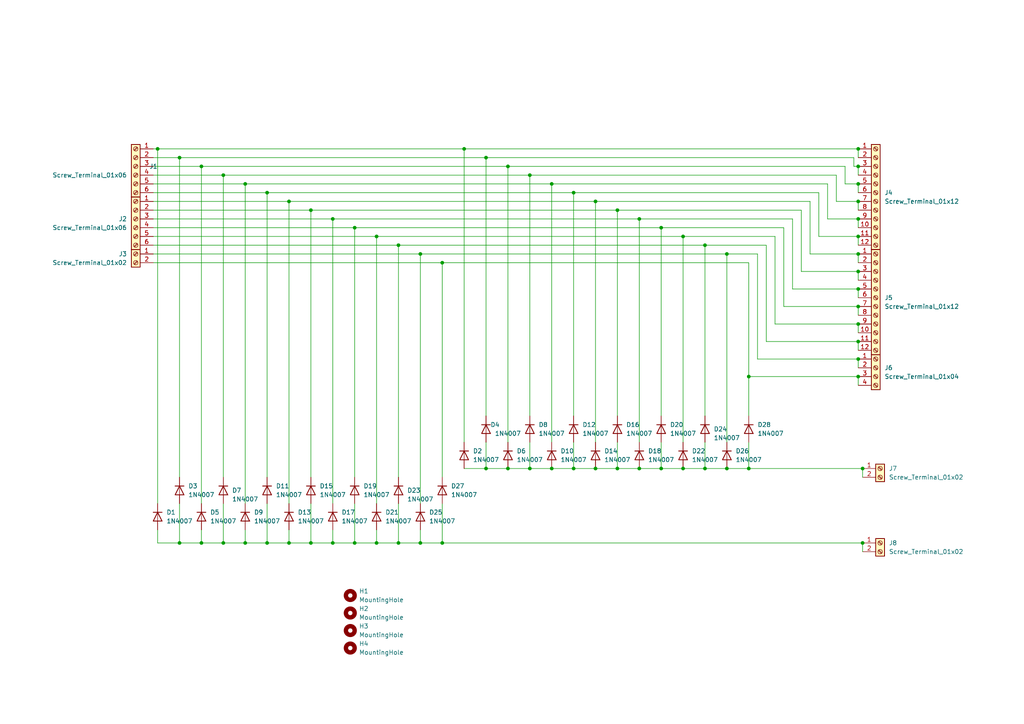
<source format=kicad_sch>
(kicad_sch (version 20230121) (generator eeschema)
  (paper "A4")
  (lib_symbols
    (symbol "Connector:Screw_Terminal_01x02" (pin_names (offset 1.016) hide)
      (property "Reference" "J" (at 0 2.54 0))
      (property "Value" "Screw_Terminal_01x02" (at 0 -5.08 0))
      (symbol "Screw_Terminal_01x02_1_1"
        (rectangle (start -1.27 1.27) (end 1.27 -3.81) (stroke (width 0.254)) (fill (type background)))
        (circle (center 0 -2.54) (radius 0.635) (stroke (width 0.1524)))
        (polyline (pts (xy -0.5334 -2.2098) (xy 0.3302 -3.048)) (stroke (width 0.1524)))
        (polyline (pts (xy -0.5334 0.3302) (xy 0.3302 -0.508)) (stroke (width 0.1524)))
        (polyline (pts (xy -0.3556 -2.032) (xy 0.508 -2.8702)) (stroke (width 0.1524)))
        (polyline (pts (xy -0.3556 0.508) (xy 0.508 -0.3302)) (stroke (width 0.1524)))
        (circle (center 0 0) (radius 0.635) (stroke (width 0.1524)))
        (pin passive line (at -5.08 0 0) (length 3.81) (name "Pin_1") (number "1"))
        (pin passive line (at -5.08 -2.54 0) (length 3.81) (name "Pin_2") (number "2"))
      )
    )
    (symbol "Connector:Screw_Terminal_01x04" (pin_names (offset 1.016) hide)
      (property "Reference" "J" (at 0 5.08 0))
      (property "Value" "Screw_Terminal_01x04" (at 0 -7.62 0))
      (symbol "Screw_Terminal_01x04_1_1"
        (rectangle (start -1.27 3.81) (end 1.27 -6.35) (stroke (width 0.254)) (fill (type background)))
        (circle (center 0 -5.08) (radius 0.635) (stroke (width 0.1524)))
        (circle (center 0 -2.54) (radius 0.635) (stroke (width 0.1524)))
        (polyline (pts (xy -0.5334 -4.7498) (xy 0.3302 -5.588)) (stroke (width 0.1524)))
        (polyline (pts (xy -0.5334 -2.2098) (xy 0.3302 -3.048)) (stroke (width 0.1524)))
        (polyline (pts (xy -0.5334 0.3302) (xy 0.3302 -0.508)) (stroke (width 0.1524)))
        (polyline (pts (xy -0.5334 2.8702) (xy 0.3302 2.032)) (stroke (width 0.1524)))
        (polyline (pts (xy -0.3556 -4.572) (xy 0.508 -5.4102)) (stroke (width 0.1524)))
        (polyline (pts (xy -0.3556 -2.032) (xy 0.508 -2.8702)) (stroke (width 0.1524)))
        (polyline (pts (xy -0.3556 0.508) (xy 0.508 -0.3302)) (stroke (width 0.1524)))
        (polyline (pts (xy -0.3556 3.048) (xy 0.508 2.2098)) (stroke (width 0.1524)))
        (circle (center 0 0) (radius 0.635) (stroke (width 0.1524)))
        (circle (center 0 2.54) (radius 0.635) (stroke (width 0.1524)))
        (pin passive line (at -5.08 2.54 0) (length 3.81) (name "Pin_1") (number "1"))
        (pin passive line (at -5.08 0 0) (length 3.81) (name "Pin_2") (number "2"))
        (pin passive line (at -5.08 -2.54 0) (length 3.81) (name "Pin_3") (number "3"))
        (pin passive line (at -5.08 -5.08 0) (length 3.81) (name "Pin_4") (number "4"))
      )
    )
    (symbol "Connector:Screw_Terminal_01x06" (pin_names (offset 1.016) hide)
      (property "Reference" "J" (at 0 7.62 0))
      (property "Value" "Screw_Terminal_01x06" (at 0 -10.16 0))
      (symbol "Screw_Terminal_01x06_1_1"
        (rectangle (start -1.27 6.35) (end 1.27 -8.89) (stroke (width 0.254)) (fill (type background)))
        (circle (center 0 -7.62) (radius 0.635) (stroke (width 0.1524)))
        (circle (center 0 -5.08) (radius 0.635) (stroke (width 0.1524)))
        (circle (center 0 -2.54) (radius 0.635) (stroke (width 0.1524)))
        (polyline (pts (xy -0.5334 -7.2898) (xy 0.3302 -8.128)) (stroke (width 0.1524)))
        (polyline (pts (xy -0.5334 -4.7498) (xy 0.3302 -5.588)) (stroke (width 0.1524)))
        (polyline (pts (xy -0.5334 -2.2098) (xy 0.3302 -3.048)) (stroke (width 0.1524)))
        (polyline (pts (xy -0.5334 0.3302) (xy 0.3302 -0.508)) (stroke (width 0.1524)))
        (polyline (pts (xy -0.5334 2.8702) (xy 0.3302 2.032)) (stroke (width 0.1524)))
        (polyline (pts (xy -0.5334 5.4102) (xy 0.3302 4.572)) (stroke (width 0.1524)))
        (polyline (pts (xy -0.3556 -7.112) (xy 0.508 -7.9502)) (stroke (width 0.1524)))
        (polyline (pts (xy -0.3556 -4.572) (xy 0.508 -5.4102)) (stroke (width 0.1524)))
        (polyline (pts (xy -0.3556 -2.032) (xy 0.508 -2.8702)) (stroke (width 0.1524)))
        (polyline (pts (xy -0.3556 0.508) (xy 0.508 -0.3302)) (stroke (width 0.1524)))
        (polyline (pts (xy -0.3556 3.048) (xy 0.508 2.2098)) (stroke (width 0.1524)))
        (polyline (pts (xy -0.3556 5.588) (xy 0.508 4.7498)) (stroke (width 0.1524)))
        (circle (center 0 0) (radius 0.635) (stroke (width 0.1524)))
        (circle (center 0 2.54) (radius 0.635) (stroke (width 0.1524)))
        (circle (center 0 5.08) (radius 0.635) (stroke (width 0.1524)))
        (pin passive line (at -5.08 5.08 0) (length 3.81) (name "Pin_1") (number "1"))
        (pin passive line (at -5.08 2.54 0) (length 3.81) (name "Pin_2") (number "2"))
        (pin passive line (at -5.08 0 0) (length 3.81) (name "Pin_3") (number "3"))
        (pin passive line (at -5.08 -2.54 0) (length 3.81) (name "Pin_4") (number "4"))
        (pin passive line (at -5.08 -5.08 0) (length 3.81) (name "Pin_5") (number "5"))
        (pin passive line (at -5.08 -7.62 0) (length 3.81) (name "Pin_6") (number "6"))
      )
    )
    (symbol "Connector:Screw_Terminal_01x12" (pin_names (offset 1.016) hide)
      (property "Reference" "J" (at 0 15.24 0))
      (property "Value" "Screw_Terminal_01x12" (at 0 -17.78 0))
      (symbol "Screw_Terminal_01x12_1_1"
        (rectangle (start -1.27 13.97) (end 1.27 -16.51) (stroke (width 0.254)) (fill (type background)))
        (circle (center 0 -15.24) (radius 0.635) (stroke (width 0.1524)))
        (circle (center 0 -12.7) (radius 0.635) (stroke (width 0.1524)))
        (circle (center 0 -10.16) (radius 0.635) (stroke (width 0.1524)))
        (circle (center 0 -7.62) (radius 0.635) (stroke (width 0.1524)))
        (circle (center 0 -5.08) (radius 0.635) (stroke (width 0.1524)))
        (circle (center 0 -2.54) (radius 0.635) (stroke (width 0.1524)))
        (polyline (pts (xy -0.5334 -14.9098) (xy 0.3302 -15.748)) (stroke (width 0.1524)))
        (polyline (pts (xy -0.5334 -12.3698) (xy 0.3302 -13.208)) (stroke (width 0.1524)))
        (polyline (pts (xy -0.5334 -9.8298) (xy 0.3302 -10.668)) (stroke (width 0.1524)))
        (polyline (pts (xy -0.5334 -7.2898) (xy 0.3302 -8.128)) (stroke (width 0.1524)))
        (polyline (pts (xy -0.5334 -4.7498) (xy 0.3302 -5.588)) (stroke (width 0.1524)))
        (polyline (pts (xy -0.5334 -2.2098) (xy 0.3302 -3.048)) (stroke (width 0.1524)))
        (polyline (pts (xy -0.5334 0.3302) (xy 0.3302 -0.508)) (stroke (width 0.1524)))
        (polyline (pts (xy -0.5334 2.8702) (xy 0.3302 2.032)) (stroke (width 0.1524)))
        (polyline (pts (xy -0.5334 5.4102) (xy 0.3302 4.572)) (stroke (width 0.1524)))
        (polyline (pts (xy -0.5334 7.9502) (xy 0.3302 7.112)) (stroke (width 0.1524)))
        (polyline (pts (xy -0.5334 10.4902) (xy 0.3302 9.652)) (stroke (width 0.1524)))
        (polyline (pts (xy -0.5334 13.0302) (xy 0.3302 12.192)) (stroke (width 0.1524)))
        (polyline (pts (xy -0.3556 -14.732) (xy 0.508 -15.5702)) (stroke (width 0.1524)))
        (polyline (pts (xy -0.3556 -12.192) (xy 0.508 -13.0302)) (stroke (width 0.1524)))
        (polyline (pts (xy -0.3556 -9.652) (xy 0.508 -10.4902)) (stroke (width 0.1524)))
        (polyline (pts (xy -0.3556 -7.112) (xy 0.508 -7.9502)) (stroke (width 0.1524)))
        (polyline (pts (xy -0.3556 -4.572) (xy 0.508 -5.4102)) (stroke (width 0.1524)))
        (polyline (pts (xy -0.3556 -2.032) (xy 0.508 -2.8702)) (stroke (width 0.1524)))
        (polyline (pts (xy -0.3556 0.508) (xy 0.508 -0.3302)) (stroke (width 0.1524)))
        (polyline (pts (xy -0.3556 3.048) (xy 0.508 2.2098)) (stroke (width 0.1524)))
        (polyline (pts (xy -0.3556 5.588) (xy 0.508 4.7498)) (stroke (width 0.1524)))
        (polyline (pts (xy -0.3556 8.128) (xy 0.508 7.2898)) (stroke (width 0.1524)))
        (polyline (pts (xy -0.3556 10.668) (xy 0.508 9.8298)) (stroke (width 0.1524)))
        (polyline (pts (xy -0.3556 13.208) (xy 0.508 12.3698)) (stroke (width 0.1524)))
        (circle (center 0 0) (radius 0.635) (stroke (width 0.1524)))
        (circle (center 0 2.54) (radius 0.635) (stroke (width 0.1524)))
        (circle (center 0 5.08) (radius 0.635) (stroke (width 0.1524)))
        (circle (center 0 7.62) (radius 0.635) (stroke (width 0.1524)))
        (circle (center 0 10.16) (radius 0.635) (stroke (width 0.1524)))
        (circle (center 0 12.7) (radius 0.635) (stroke (width 0.1524)))
        (pin passive line (at -5.08 12.7 0) (length 3.81) (name "Pin_1") (number "1"))
        (pin passive line (at -5.08 -10.16 0) (length 3.81) (name "Pin_10") (number "10"))
        (pin passive line (at -5.08 -12.7 0) (length 3.81) (name "Pin_11") (number "11"))
        (pin passive line (at -5.08 -15.24 0) (length 3.81) (name "Pin_12") (number "12"))
        (pin passive line (at -5.08 10.16 0) (length 3.81) (name "Pin_2") (number "2"))
        (pin passive line (at -5.08 7.62 0) (length 3.81) (name "Pin_3") (number "3"))
        (pin passive line (at -5.08 5.08 0) (length 3.81) (name "Pin_4") (number "4"))
        (pin passive line (at -5.08 2.54 0) (length 3.81) (name "Pin_5") (number "5"))
        (pin passive line (at -5.08 0 0) (length 3.81) (name "Pin_6") (number "6"))
        (pin passive line (at -5.08 -2.54 0) (length 3.81) (name "Pin_7") (number "7"))
        (pin passive line (at -5.08 -5.08 0) (length 3.81) (name "Pin_8") (number "8"))
        (pin passive line (at -5.08 -7.62 0) (length 3.81) (name "Pin_9") (number "9"))
      )
    )
    (symbol "Diode:1N4007" (pin_numbers hide) (pin_names hide)
      (property "Reference" "D" (at 0 2.54 0))
      (property "Value" "1N4007" (at 0 -2.54 0))
      (symbol "1N4007_0_1"
        (polyline (pts (xy -1.27 1.27) (xy -1.27 -1.27)) (stroke (width 0.254)))
        (polyline (pts (xy 1.27 0) (xy -1.27 0)))
        (polyline (pts (xy 1.27 1.27) (xy 1.27 -1.27) (xy -1.27 0) (xy 1.27 1.27)) (stroke (width 0.254)))
      )
      (symbol "1N4007_1_1"
        (pin passive line (at -3.81 0 0) (length 2.54) (name "K") (number "1"))
        (pin passive line (at 3.81 0 180) (length 2.54) (name "A") (number "2"))
      )
    )
    (symbol "Mechanical:MountingHole" (pin_names (offset 1.016))
      (property "Reference" "H" (at 0 5.08 0))
      (property "Value" "MountingHole" (at 0 3.175 0))
      (symbol "MountingHole_0_1"
        (circle (center 0 0) (radius 1.27) (stroke (width 1.27)))
      )
    )
  )
  (junction (at 140.97 135.89))
  (junction (at 96.52 157.48))
  (junction (at 179.07 135.89))
  (junction (at 248.92 48.26))
  (junction (at 52.07 45.72))
  (junction (at 90.17 60.96))
  (junction (at 250.19 157.48))
  (junction (at 64.77 157.48))
  (junction (at 248.92 88.9))
  (junction (at 83.82 157.48))
  (junction (at 115.57 71.12))
  (junction (at 58.42 157.48))
  (junction (at 179.07 60.96))
  (junction (at 128.27 157.48))
  (junction (at 115.57 157.48))
  (junction (at 248.92 43.18))
  (junction (at 71.12 157.48))
  (junction (at 83.82 58.42))
  (junction (at 58.42 48.26))
  (junction (at 166.37 135.89))
  (junction (at 64.77 50.8))
  (junction (at 71.12 53.34))
  (junction (at 217.17 135.89))
  (junction (at 248.92 78.74))
  (junction (at 96.52 63.5))
  (junction (at 160.02 53.34))
  (junction (at 248.92 93.98))
  (junction (at 191.77 135.89))
  (junction (at 140.97 45.72))
  (junction (at 204.47 135.89))
  (junction (at 121.92 157.48))
  (junction (at 153.67 135.89))
  (junction (at 248.92 53.34))
  (junction (at 121.92 73.66))
  (junction (at 204.47 71.12))
  (junction (at 160.02 135.89))
  (junction (at 77.47 157.48))
  (junction (at 134.62 43.18))
  (junction (at 109.22 157.48))
  (junction (at 248.92 63.5))
  (junction (at 147.32 48.26))
  (junction (at 248.92 109.22))
  (junction (at 248.92 104.14))
  (junction (at 198.12 135.89))
  (junction (at 248.92 83.82))
  (junction (at 153.67 50.8))
  (junction (at 248.92 99.06))
  (junction (at 198.12 68.58))
  (junction (at 172.72 135.89))
  (junction (at 102.87 66.04))
  (junction (at 250.19 135.89))
  (junction (at 248.92 58.42))
  (junction (at 191.77 66.04))
  (junction (at 77.47 55.88))
  (junction (at 217.17 109.22))
  (junction (at 102.87 157.48))
  (junction (at 147.32 135.89))
  (junction (at 185.42 135.89))
  (junction (at 109.22 68.58))
  (junction (at 248.92 68.58))
  (junction (at 172.72 58.42))
  (junction (at 128.27 76.2))
  (junction (at 166.37 55.88))
  (junction (at 210.82 135.89))
  (junction (at 45.72 43.18))
  (junction (at 90.17 157.48))
  (junction (at 248.92 73.66))
  (junction (at 185.42 63.5))
  (junction (at 210.82 73.66))
  (junction (at 52.07 157.48))
  (wire (pts (xy 248.92 68.58) (xy 248.92 71.12)))
  (wire (pts (xy 179.07 60.96) (xy 232.41 60.96)))
  (wire (pts (xy 134.62 43.18) (xy 248.92 43.18)))
  (wire (pts (xy 248.92 83.82) (xy 248.92 86.36)))
  (wire (pts (xy 248.92 109.22) (xy 248.92 111.76)))
  (wire (pts (xy 83.82 58.42) (xy 172.72 58.42)))
  (wire (pts (xy 160.02 53.34) (xy 240.03 53.34)))
  (wire (pts (xy 248.92 88.9) (xy 248.92 91.44)))
  (wire (pts (xy 96.52 63.5) (xy 185.42 63.5)))
  (wire (pts (xy 64.77 157.48) (xy 71.12 157.48)))
  (wire (pts (xy 102.87 157.48) (xy 109.22 157.48)))
  (wire (pts (xy 121.92 73.66) (xy 121.92 146.05)))
  (wire (pts (xy 153.67 135.89) (xy 160.02 135.89)))
  (wire (pts (xy 102.87 146.05) (xy 102.87 157.48)))
  (wire (pts (xy 232.41 78.74) (xy 248.92 78.74)))
  (wire (pts (xy 121.92 153.67) (xy 121.92 157.48)))
  (wire (pts (xy 229.87 63.5) (xy 229.87 83.82)))
  (wire (pts (xy 71.12 53.34) (xy 160.02 53.34)))
  (wire (pts (xy 140.97 45.72) (xy 140.97 120.65)))
  (wire (pts (xy 160.02 53.34) (xy 160.02 128.27)))
  (wire (pts (xy 210.82 73.66) (xy 210.82 128.27)))
  (wire (pts (xy 217.17 135.89) (xy 250.19 135.89)))
  (wire (pts (xy 172.72 58.42) (xy 172.72 128.27)))
  (wire (pts (xy 224.79 93.98) (xy 248.92 93.98)))
  (wire (pts (xy 172.72 135.89) (xy 179.07 135.89)))
  (wire (pts (xy 44.45 43.18) (xy 45.72 43.18)))
  (wire (pts (xy 250.19 157.48) (xy 250.19 160.02)))
  (wire (pts (xy 198.12 68.58) (xy 198.12 128.27)))
  (wire (pts (xy 204.47 135.89) (xy 210.82 135.89)))
  (wire (pts (xy 52.07 146.05) (xy 52.07 157.48)))
  (wire (pts (xy 44.45 76.2) (xy 128.27 76.2)))
  (wire (pts (xy 232.41 60.96) (xy 232.41 78.74)))
  (wire (pts (xy 77.47 146.05) (xy 77.47 157.48)))
  (wire (pts (xy 185.42 135.89) (xy 191.77 135.89)))
  (wire (pts (xy 128.27 76.2) (xy 217.17 76.2)))
  (wire (pts (xy 217.17 128.27) (xy 217.17 135.89)))
  (wire (pts (xy 217.17 109.22) (xy 248.92 109.22)))
  (wire (pts (xy 248.92 104.14) (xy 248.92 106.68)))
  (wire (pts (xy 64.77 50.8) (xy 64.77 138.43)))
  (wire (pts (xy 191.77 128.27) (xy 191.77 135.89)))
  (wire (pts (xy 219.71 104.14) (xy 248.92 104.14)))
  (wire (pts (xy 222.25 99.06) (xy 248.92 99.06)))
  (wire (pts (xy 147.32 48.26) (xy 147.32 128.27)))
  (wire (pts (xy 234.95 73.66) (xy 248.92 73.66)))
  (wire (pts (xy 248.92 99.06) (xy 248.92 101.6)))
  (wire (pts (xy 229.87 83.82) (xy 248.92 83.82)))
  (wire (pts (xy 45.72 43.18) (xy 45.72 146.05)))
  (wire (pts (xy 83.82 153.67) (xy 83.82 157.48)))
  (wire (pts (xy 115.57 157.48) (xy 121.92 157.48)))
  (wire (pts (xy 64.77 146.05) (xy 64.77 157.48)))
  (wire (pts (xy 134.62 43.18) (xy 134.62 128.27)))
  (wire (pts (xy 96.52 63.5) (xy 96.52 146.05)))
  (wire (pts (xy 44.45 66.04) (xy 102.87 66.04)))
  (wire (pts (xy 153.67 128.27) (xy 153.67 135.89)))
  (wire (pts (xy 204.47 71.12) (xy 222.25 71.12)))
  (wire (pts (xy 45.72 157.48) (xy 52.07 157.48)))
  (wire (pts (xy 185.42 63.5) (xy 185.42 128.27)))
  (wire (pts (xy 166.37 55.88) (xy 237.49 55.88)))
  (wire (pts (xy 240.03 53.34) (xy 240.03 63.5)))
  (wire (pts (xy 77.47 55.88) (xy 166.37 55.88)))
  (wire (pts (xy 96.52 153.67) (xy 96.52 157.48)))
  (wire (pts (xy 160.02 135.89) (xy 166.37 135.89)))
  (wire (pts (xy 90.17 60.96) (xy 90.17 138.43)))
  (wire (pts (xy 44.45 48.26) (xy 58.42 48.26)))
  (wire (pts (xy 166.37 128.27) (xy 166.37 135.89)))
  (wire (pts (xy 147.32 48.26) (xy 245.11 48.26)))
  (wire (pts (xy 242.57 58.42) (xy 248.92 58.42)))
  (wire (pts (xy 198.12 135.89) (xy 204.47 135.89)))
  (wire (pts (xy 44.45 58.42) (xy 83.82 58.42)))
  (wire (pts (xy 45.72 153.67) (xy 45.72 157.48)))
  (wire (pts (xy 234.95 58.42) (xy 234.95 73.66)))
  (wire (pts (xy 248.92 73.66) (xy 248.92 76.2)))
  (wire (pts (xy 204.47 71.12) (xy 204.47 120.65)))
  (wire (pts (xy 240.03 63.5) (xy 248.92 63.5)))
  (wire (pts (xy 210.82 73.66) (xy 219.71 73.66)))
  (wire (pts (xy 248.92 93.98) (xy 248.92 96.52)))
  (wire (pts (xy 90.17 60.96) (xy 179.07 60.96)))
  (wire (pts (xy 224.79 68.58) (xy 224.79 93.98)))
  (wire (pts (xy 128.27 76.2) (xy 128.27 138.43)))
  (wire (pts (xy 83.82 58.42) (xy 83.82 146.05)))
  (wire (pts (xy 109.22 157.48) (xy 115.57 157.48)))
  (wire (pts (xy 52.07 45.72) (xy 140.97 45.72)))
  (wire (pts (xy 115.57 71.12) (xy 204.47 71.12)))
  (wire (pts (xy 250.19 135.89) (xy 250.19 138.43)))
  (wire (pts (xy 153.67 50.8) (xy 153.67 120.65)))
  (wire (pts (xy 248.92 48.26) (xy 248.92 50.8)))
  (wire (pts (xy 44.45 68.58) (xy 109.22 68.58)))
  (wire (pts (xy 204.47 128.27) (xy 204.47 135.89)))
  (wire (pts (xy 58.42 157.48) (xy 64.77 157.48)))
  (wire (pts (xy 248.92 78.74) (xy 248.92 81.28)))
  (wire (pts (xy 248.92 63.5) (xy 248.92 66.04)))
  (wire (pts (xy 191.77 66.04) (xy 191.77 120.65)))
  (wire (pts (xy 179.07 60.96) (xy 179.07 120.65)))
  (wire (pts (xy 153.67 50.8) (xy 242.57 50.8)))
  (wire (pts (xy 242.57 50.8) (xy 242.57 58.42)))
  (wire (pts (xy 115.57 146.05) (xy 115.57 157.48)))
  (wire (pts (xy 172.72 58.42) (xy 234.95 58.42)))
  (wire (pts (xy 210.82 135.89) (xy 217.17 135.89)))
  (wire (pts (xy 128.27 146.05) (xy 128.27 157.48)))
  (wire (pts (xy 77.47 55.88) (xy 77.47 138.43)))
  (wire (pts (xy 134.62 135.89) (xy 140.97 135.89)))
  (wire (pts (xy 58.42 48.26) (xy 58.42 146.05)))
  (wire (pts (xy 245.11 48.26) (xy 245.11 53.34)))
  (wire (pts (xy 52.07 157.48) (xy 58.42 157.48)))
  (wire (pts (xy 44.45 63.5) (xy 96.52 63.5)))
  (wire (pts (xy 179.07 135.89) (xy 185.42 135.89)))
  (wire (pts (xy 90.17 157.48) (xy 96.52 157.48)))
  (wire (pts (xy 121.92 157.48) (xy 128.27 157.48)))
  (wire (pts (xy 71.12 153.67) (xy 71.12 157.48)))
  (wire (pts (xy 219.71 73.66) (xy 219.71 104.14)))
  (wire (pts (xy 237.49 55.88) (xy 237.49 68.58)))
  (wire (pts (xy 96.52 157.48) (xy 102.87 157.48)))
  (wire (pts (xy 140.97 135.89) (xy 147.32 135.89)))
  (wire (pts (xy 83.82 157.48) (xy 90.17 157.48)))
  (wire (pts (xy 44.45 45.72) (xy 52.07 45.72)))
  (wire (pts (xy 44.45 73.66) (xy 121.92 73.66)))
  (wire (pts (xy 222.25 71.12) (xy 222.25 99.06)))
  (wire (pts (xy 102.87 66.04) (xy 102.87 138.43)))
  (wire (pts (xy 102.87 66.04) (xy 191.77 66.04)))
  (wire (pts (xy 140.97 45.72) (xy 247.65 45.72)))
  (wire (pts (xy 71.12 157.48) (xy 77.47 157.48)))
  (wire (pts (xy 128.27 157.48) (xy 250.19 157.48)))
  (wire (pts (xy 247.65 45.72) (xy 247.65 48.26)))
  (wire (pts (xy 191.77 66.04) (xy 227.33 66.04)))
  (wire (pts (xy 64.77 50.8) (xy 153.67 50.8)))
  (wire (pts (xy 245.11 53.34) (xy 248.92 53.34)))
  (wire (pts (xy 45.72 43.18) (xy 134.62 43.18)))
  (wire (pts (xy 179.07 128.27) (xy 179.07 135.89)))
  (wire (pts (xy 77.47 157.48) (xy 83.82 157.48)))
  (wire (pts (xy 198.12 68.58) (xy 224.79 68.58)))
  (wire (pts (xy 44.45 71.12) (xy 115.57 71.12)))
  (wire (pts (xy 166.37 135.89) (xy 172.72 135.89)))
  (wire (pts (xy 52.07 45.72) (xy 52.07 138.43)))
  (wire (pts (xy 237.49 68.58) (xy 248.92 68.58)))
  (wire (pts (xy 58.42 48.26) (xy 147.32 48.26)))
  (wire (pts (xy 185.42 63.5) (xy 229.87 63.5)))
  (wire (pts (xy 191.77 135.89) (xy 198.12 135.89)))
  (wire (pts (xy 140.97 128.27) (xy 140.97 135.89)))
  (wire (pts (xy 248.92 43.18) (xy 248.92 45.72)))
  (wire (pts (xy 44.45 60.96) (xy 90.17 60.96)))
  (wire (pts (xy 227.33 88.9) (xy 248.92 88.9)))
  (wire (pts (xy 109.22 68.58) (xy 109.22 146.05)))
  (wire (pts (xy 166.37 55.88) (xy 166.37 120.65)))
  (wire (pts (xy 248.92 58.42) (xy 248.92 60.96)))
  (wire (pts (xy 71.12 53.34) (xy 71.12 146.05)))
  (wire (pts (xy 217.17 76.2) (xy 217.17 109.22)))
  (wire (pts (xy 248.92 53.34) (xy 248.92 55.88)))
  (wire (pts (xy 44.45 53.34) (xy 71.12 53.34)))
  (wire (pts (xy 227.33 66.04) (xy 227.33 88.9)))
  (wire (pts (xy 109.22 68.58) (xy 198.12 68.58)))
  (wire (pts (xy 44.45 50.8) (xy 64.77 50.8)))
  (wire (pts (xy 121.92 73.66) (xy 210.82 73.66)))
  (wire (pts (xy 58.42 153.67) (xy 58.42 157.48)))
  (wire (pts (xy 109.22 153.67) (xy 109.22 157.48)))
  (wire (pts (xy 44.45 55.88) (xy 77.47 55.88)))
  (wire (pts (xy 147.32 135.89) (xy 153.67 135.89)))
  (wire (pts (xy 247.65 48.26) (xy 248.92 48.26)))
  (wire (pts (xy 90.17 146.05) (xy 90.17 157.48)))
  (wire (pts (xy 115.57 71.12) (xy 115.57 138.43)))
  (wire (pts (xy 217.17 109.22) (xy 217.17 120.65)))
  (symbol (lib_id "Diode:1N4007") (at 102.87 142.24 270) (unit 1)
    (property "Reference" "D19" (at 105.41 140.97 90) (effects (justify left)))
    (property "Value" "1N4007" (at 105.41 143.51 90) (effects (justify left)))
    (property "Footprint" "Diode_THT:D_DO-41_SOD81_P10.16mm_Horizontal" (effects hide))
    (property "Datasheet" "http://www.vishay.com/docs/88503/1n4001.pdf" (effects hide))
    (property "Sim.Device" "D" (effects hide))
    (property "Sim.Pins" "1=K 2=A" (effects hide))
  )
  (symbol (lib_id "Diode:1N4007") (at 109.22 149.86 270) (unit 1)
    (property "Reference" "D21" (at 111.76 148.59 90) (effects (justify left)))
    (property "Value" "1N4007" (at 111.76 151.13 90) (effects (justify left)))
    (property "Footprint" "Diode_THT:D_DO-41_SOD81_P10.16mm_Horizontal" (effects hide))
    (property "Datasheet" "http://www.vishay.com/docs/88503/1n4001.pdf" (effects hide))
    (property "Sim.Device" "D" (effects hide))
    (property "Sim.Pins" "1=K 2=A" (effects hide))
  )
  (symbol (lib_id "Diode:1N4007") (at 191.77 124.46 270) (unit 1)
    (property "Reference" "D20" (at 194.31 123.19 90) (effects (justify left)))
    (property "Value" "1N4007" (at 194.31 125.73 90) (effects (justify left)))
    (property "Footprint" "Diode_THT:D_DO-41_SOD81_P10.16mm_Horizontal" (effects hide))
    (property "Datasheet" "http://www.vishay.com/docs/88503/1n4001.pdf" (effects hide))
    (property "Sim.Device" "D" (effects hide))
    (property "Sim.Pins" "1=K 2=A" (effects hide))
  )
  (symbol (lib_id "Diode:1N4007") (at 134.62 132.08 270) (unit 1)
    (property "Reference" "D2" (at 137.16 130.81 90) (effects (justify left)))
    (property "Value" "1N4007" (at 137.16 133.35 90) (effects (justify left)))
    (property "Footprint" "Diode_THT:D_DO-41_SOD81_P10.16mm_Horizontal" (effects hide))
    (property "Datasheet" "http://www.vishay.com/docs/88503/1n4001.pdf" (effects hide))
    (property "Sim.Device" "D" (effects hide))
    (property "Sim.Pins" "1=K 2=A" (effects hide))
  )
  (symbol (lib_id "Connector:Screw_Terminal_01x12") (at 254 55.88 0) (unit 1)
    (property "Reference" "J4" (at 256.54 55.88 0) (effects (justify left)))
    (property "Value" "Screw_Terminal_01x12" (at 256.54 58.42 0) (effects (justify left)))
    (property "Footprint" "TerminalBlock_Phoenix:TerminalBlock_Phoenix_MPT-0,5-12-2.54_1x12_P2.54mm_Horizontal" (effects hide))
  )
  (symbol (lib_id "Connector:Screw_Terminal_01x02") (at 39.37 73.66 0) (mirror y) (unit 1)
    (property "Reference" "J3" (at 36.83 73.66 0) (effects (justify left)))
    (property "Value" "Screw_Terminal_01x02" (at 36.83 76.2 0) (effects (justify left)))
    (property "Footprint" "Connector_Phoenix_MC_HighVoltage:PhoenixContact_MCV_1,5_2-G-5.08_1x02_P5.08mm_Vertical" (effects hide))
  )
  (symbol (lib_id "Diode:1N4007") (at 45.72 149.86 270) (unit 1)
    (property "Reference" "D1" (at 48.26 148.59 90) (effects (justify left)))
    (property "Value" "1N4007" (at 48.26 151.13 90) (effects (justify left)))
    (property "Footprint" "Diode_THT:D_DO-41_SOD81_P10.16mm_Horizontal" (effects hide))
    (property "Datasheet" "http://www.vishay.com/docs/88503/1n4001.pdf" (effects hide))
    (property "Sim.Device" "D" (effects hide))
    (property "Sim.Pins" "1=K 2=A" (effects hide))
  )
  (symbol (lib_id "Diode:1N4007") (at 71.12 149.86 270) (unit 1)
    (property "Reference" "D9" (at 73.66 148.59 90) (effects (justify left)))
    (property "Value" "1N4007" (at 73.66 151.13 90) (effects (justify left)))
    (property "Footprint" "Diode_THT:D_DO-41_SOD81_P10.16mm_Horizontal" (effects hide))
    (property "Datasheet" "http://www.vishay.com/docs/88503/1n4001.pdf" (effects hide))
    (property "Sim.Device" "D" (effects hide))
    (property "Sim.Pins" "1=K 2=A" (effects hide))
  )
  (symbol (lib_id "Diode:1N4007") (at 198.12 132.08 270) (unit 1)
    (property "Reference" "D22" (at 200.66 130.81 90) (effects (justify left)))
    (property "Value" "1N4007" (at 200.66 133.35 90) (effects (justify left)))
    (property "Footprint" "Diode_THT:D_DO-41_SOD81_P10.16mm_Horizontal" (effects hide))
    (property "Datasheet" "http://www.vishay.com/docs/88503/1n4001.pdf" (effects hide))
    (property "Sim.Device" "D" (effects hide))
    (property "Sim.Pins" "1=K 2=A" (effects hide))
  )
  (symbol (lib_id "Diode:1N4007") (at 179.07 124.46 270) (unit 1)
    (property "Reference" "D16" (at 181.61 123.19 90) (effects (justify left)))
    (property "Value" "1N4007" (at 181.61 125.73 90) (effects (justify left)))
    (property "Footprint" "Diode_THT:D_DO-41_SOD81_P10.16mm_Horizontal" (effects hide))
    (property "Datasheet" "http://www.vishay.com/docs/88503/1n4001.pdf" (effects hide))
    (property "Sim.Device" "D" (effects hide))
    (property "Sim.Pins" "1=K 2=A" (effects hide))
  )
  (symbol (lib_id "Diode:1N4007") (at 160.02 132.08 270) (unit 1)
    (property "Reference" "D10" (at 162.56 130.81 90) (effects (justify left)))
    (property "Value" "1N4007" (at 162.56 133.35 90) (effects (justify left)))
    (property "Footprint" "Diode_THT:D_DO-41_SOD81_P10.16mm_Horizontal" (effects hide))
    (property "Datasheet" "http://www.vishay.com/docs/88503/1n4001.pdf" (effects hide))
    (property "Sim.Device" "D" (effects hide))
    (property "Sim.Pins" "1=K 2=A" (effects hide))
  )
  (symbol (lib_id "Mechanical:MountingHole") (at 101.6 177.8 0) (unit 1)
    (property "Reference" "H2" (at 104.14 176.53 0) (effects (justify left)))
    (property "Value" "MountingHole" (at 104.14 179.07 0) (effects (justify left)))
    (property "Footprint" "MountingHole:MountingHole_3.2mm_M3_ISO14580" (effects hide))
  )
  (symbol (lib_id "Diode:1N4007") (at 128.27 142.24 270) (unit 1)
    (property "Reference" "D27" (at 130.81 140.97 90) (effects (justify left)))
    (property "Value" "1N4007" (at 130.81 143.51 90) (effects (justify left)))
    (property "Footprint" "Diode_THT:D_DO-41_SOD81_P10.16mm_Horizontal" (effects hide))
    (property "Datasheet" "http://www.vishay.com/docs/88503/1n4001.pdf" (effects hide))
    (property "Sim.Device" "D" (effects hide))
    (property "Sim.Pins" "1=K 2=A" (effects hide))
  )
  (symbol (lib_id "Diode:1N4007") (at 115.57 142.24 270) (unit 1)
    (property "Reference" "D23" (at 118.11 142.24 90) (effects (justify left)))
    (property "Value" "1N4007" (at 118.11 144.78 90) (effects (justify left)))
    (property "Footprint" "Diode_THT:D_DO-41_SOD81_P10.16mm_Horizontal" (effects hide))
    (property "Datasheet" "http://www.vishay.com/docs/88503/1n4001.pdf" (effects hide))
    (property "Sim.Device" "D" (effects hide))
    (property "Sim.Pins" "1=K 2=A" (effects hide))
  )
  (symbol (lib_id "Diode:1N4007") (at 204.47 124.46 270) (unit 1)
    (property "Reference" "D24" (at 207.01 124.46 90) (effects (justify left)))
    (property "Value" "1N4007" (at 207.01 127 90) (effects (justify left)))
    (property "Footprint" "Diode_THT:D_DO-41_SOD81_P10.16mm_Horizontal" (effects hide))
    (property "Datasheet" "http://www.vishay.com/docs/88503/1n4001.pdf" (effects hide))
    (property "Sim.Device" "D" (effects hide))
    (property "Sim.Pins" "1=K 2=A" (effects hide))
  )
  (symbol (lib_id "Diode:1N4007") (at 185.42 132.08 270) (unit 1)
    (property "Reference" "D18" (at 187.96 130.81 90) (effects (justify left)))
    (property "Value" "1N4007" (at 187.96 133.35 90) (effects (justify left)))
    (property "Footprint" "Diode_THT:D_DO-41_SOD81_P10.16mm_Horizontal" (effects hide))
    (property "Datasheet" "http://www.vishay.com/docs/88503/1n4001.pdf" (effects hide))
    (property "Sim.Device" "D" (effects hide))
    (property "Sim.Pins" "1=K 2=A" (effects hide))
  )
  (symbol (lib_id "Mechanical:MountingHole") (at 101.6 182.88 0) (unit 1)
    (property "Reference" "H3" (at 104.14 181.61 0) (effects (justify left)))
    (property "Value" "MountingHole" (at 104.14 184.15 0) (effects (justify left)))
    (property "Footprint" "MountingHole:MountingHole_3.2mm_M3_ISO14580" (effects hide))
  )
  (symbol (lib_id "Mechanical:MountingHole") (at 101.6 187.96 0) (unit 1)
    (property "Reference" "H4" (at 104.14 186.69 0) (effects (justify left)))
    (property "Value" "MountingHole" (at 104.14 189.23 0) (effects (justify left)))
    (property "Footprint" "MountingHole:MountingHole_3.2mm_M3_ISO14580" (effects hide))
  )
  (symbol (lib_id "Connector:Screw_Terminal_01x02") (at 255.27 135.89 0) (unit 1)
    (property "Reference" "J7" (at 257.81 135.89 0) (effects (justify left)))
    (property "Value" "Screw_Terminal_01x02" (at 257.81 138.43 0) (effects (justify left)))
    (property "Footprint" "TerminalBlock_Phoenix:TerminalBlock_Phoenix_MKDS-3-2-5.08_1x02_P5.08mm_Horizontal" (effects hide))
  )
  (symbol (lib_id "Diode:1N4007") (at 90.17 142.24 270) (unit 1)
    (property "Reference" "D15" (at 92.71 140.97 90) (effects (justify left)))
    (property "Value" "1N4007" (at 92.71 143.51 90) (effects (justify left)))
    (property "Footprint" "Diode_THT:D_DO-41_SOD81_P10.16mm_Horizontal" (effects hide))
    (property "Datasheet" "http://www.vishay.com/docs/88503/1n4001.pdf" (effects hide))
    (property "Sim.Device" "D" (effects hide))
    (property "Sim.Pins" "1=K 2=A" (effects hide))
  )
  (symbol (lib_id "Connector:Screw_Terminal_01x06") (at 39.37 48.26 0) (mirror y) (unit 1)
    (property "Reference" "J1" (at 45.72 48.26 0) (effects (justify left)))
    (property "Value" "Screw_Terminal_01x06" (at 36.83 50.8 0) (effects (justify left)))
    (property "Footprint" "Connector_Phoenix_MC_HighVoltage:PhoenixContact_MCV_1,5_6-G-5.08_1x06_P5.08mm_Vertical" (effects hide))
  )
  (symbol (lib_id "Connector:Screw_Terminal_01x06") (at 39.37 63.5 0) (mirror y) (unit 1)
    (property "Reference" "J2" (at 36.83 63.5 0) (effects (justify left)))
    (property "Value" "Screw_Terminal_01x06" (at 36.83 66.04 0) (effects (justify left)))
    (property "Footprint" "Connector_Phoenix_MC_HighVoltage:PhoenixContact_MCV_1,5_6-G-5.08_1x06_P5.08mm_Vertical" (effects hide))
  )
  (symbol (lib_id "Diode:1N4007") (at 172.72 132.08 270) (unit 1)
    (property "Reference" "D14" (at 175.26 130.81 90) (effects (justify left)))
    (property "Value" "1N4007" (at 175.26 133.35 90) (effects (justify left)))
    (property "Footprint" "Diode_THT:D_DO-41_SOD81_P10.16mm_Horizontal" (effects hide))
    (property "Datasheet" "http://www.vishay.com/docs/88503/1n4001.pdf" (effects hide))
    (property "Sim.Device" "D" (effects hide))
    (property "Sim.Pins" "1=K 2=A" (effects hide))
  )
  (symbol (lib_id "Diode:1N4007") (at 58.42 149.86 270) (unit 1)
    (property "Reference" "D5" (at 60.96 148.59 90) (effects (justify left)))
    (property "Value" "1N4007" (at 60.96 151.13 90) (effects (justify left)))
    (property "Footprint" "Diode_THT:D_DO-41_SOD81_P10.16mm_Horizontal" (effects hide))
    (property "Datasheet" "http://www.vishay.com/docs/88503/1n4001.pdf" (effects hide))
    (property "Sim.Device" "D" (effects hide))
    (property "Sim.Pins" "1=K 2=A" (effects hide))
  )
  (symbol (lib_id "Connector:Screw_Terminal_01x02") (at 255.27 157.48 0) (unit 1)
    (property "Reference" "J8" (at 257.81 157.48 0) (effects (justify left)))
    (property "Value" "Screw_Terminal_01x02" (at 257.81 160.02 0) (effects (justify left)))
    (property "Footprint" "TerminalBlock_Phoenix:TerminalBlock_Phoenix_MKDS-3-2-5.08_1x02_P5.08mm_Horizontal" (effects hide))
  )
  (symbol (lib_id "Connector:Screw_Terminal_01x04") (at 254 106.68 0) (unit 1)
    (property "Reference" "J6" (at 256.54 106.68 0) (effects (justify left)))
    (property "Value" "Screw_Terminal_01x04" (at 256.54 109.22 0) (effects (justify left)))
    (property "Footprint" "TerminalBlock_Phoenix:TerminalBlock_Phoenix_MPT-0,5-4-2.54_1x04_P2.54mm_Horizontal" (effects hide))
  )
  (symbol (lib_id "Diode:1N4007") (at 77.47 142.24 270) (unit 1)
    (property "Reference" "D11" (at 80.01 140.97 90) (effects (justify left)))
    (property "Value" "1N4007" (at 80.01 143.51 90) (effects (justify left)))
    (property "Footprint" "Diode_THT:D_DO-41_SOD81_P10.16mm_Horizontal" (effects hide))
    (property "Datasheet" "http://www.vishay.com/docs/88503/1n4001.pdf" (effects hide))
    (property "Sim.Device" "D" (effects hide))
    (property "Sim.Pins" "1=K 2=A" (effects hide))
  )
  (symbol (lib_id "Diode:1N4007") (at 210.82 132.08 270) (unit 1)
    (property "Reference" "D26" (at 213.36 130.81 90) (effects (justify left)))
    (property "Value" "1N4007" (at 213.36 133.35 90) (effects (justify left)))
    (property "Footprint" "Diode_THT:D_DO-41_SOD81_P10.16mm_Horizontal" (effects hide))
    (property "Datasheet" "http://www.vishay.com/docs/88503/1n4001.pdf" (effects hide))
    (property "Sim.Device" "D" (effects hide))
    (property "Sim.Pins" "1=K 2=A" (effects hide))
  )
  (symbol (lib_id "Mechanical:MountingHole") (at 101.6 172.72 0) (unit 1)
    (property "Reference" "H1" (at 104.14 171.45 0) (effects (justify left)))
    (property "Value" "MountingHole" (at 104.14 173.99 0) (effects (justify left)))
    (property "Footprint" "MountingHole:MountingHole_3.2mm_M3_ISO7380" (effects hide))
  )
  (symbol (lib_id "Diode:1N4007") (at 96.52 149.86 270) (unit 1)
    (property "Reference" "D17" (at 99.06 148.59 90) (effects (justify left)))
    (property "Value" "1N4007" (at 99.06 151.13 90) (effects (justify left)))
    (property "Footprint" "Diode_THT:D_DO-41_SOD81_P10.16mm_Horizontal" (effects hide))
    (property "Datasheet" "http://www.vishay.com/docs/88503/1n4001.pdf" (effects hide))
    (property "Sim.Device" "D" (effects hide))
    (property "Sim.Pins" "1=K 2=A" (effects hide))
  )
  (symbol (lib_id "Connector:Screw_Terminal_01x12") (at 254 86.36 0) (unit 1)
    (property "Reference" "J5" (at 256.54 86.36 0) (effects (justify left)))
    (property "Value" "Screw_Terminal_01x12" (at 256.54 88.9 0) (effects (justify left)))
    (property "Footprint" "TerminalBlock_Phoenix:TerminalBlock_Phoenix_MPT-0,5-12-2.54_1x12_P2.54mm_Horizontal" (effects hide))
  )
  (symbol (lib_id "Diode:1N4007") (at 64.77 142.24 270) (unit 1)
    (property "Reference" "D7" (at 67.31 142.24 90) (effects (justify left)))
    (property "Value" "1N4007" (at 67.31 144.78 90) (effects (justify left)))
    (property "Footprint" "Diode_THT:D_DO-41_SOD81_P10.16mm_Horizontal" (effects hide))
    (property "Datasheet" "http://www.vishay.com/docs/88503/1n4001.pdf" (effects hide))
    (property "Sim.Device" "D" (effects hide))
    (property "Sim.Pins" "1=K 2=A" (effects hide))
  )
  (symbol (lib_id "Diode:1N4007") (at 52.07 142.24 270) (unit 1)
    (property "Reference" "D3" (at 54.61 140.97 90) (effects (justify left)))
    (property "Value" "1N4007" (at 54.61 143.51 90) (effects (justify left)))
    (property "Footprint" "Diode_THT:D_DO-41_SOD81_P10.16mm_Horizontal" (effects hide))
    (property "Datasheet" "http://www.vishay.com/docs/88503/1n4001.pdf" (effects hide))
    (property "Sim.Device" "D" (effects hide))
    (property "Sim.Pins" "1=K 2=A" (effects hide))
  )
  (symbol (lib_id "Diode:1N4007") (at 166.37 124.46 270) (unit 1)
    (property "Reference" "D12" (at 168.91 123.19 90) (effects (justify left)))
    (property "Value" "1N4007" (at 168.91 125.73 90) (effects (justify left)))
    (property "Footprint" "Diode_THT:D_DO-41_SOD81_P10.16mm_Horizontal" (effects hide))
    (property "Datasheet" "http://www.vishay.com/docs/88503/1n4001.pdf" (effects hide))
    (property "Sim.Device" "D" (effects hide))
    (property "Sim.Pins" "1=K 2=A" (effects hide))
  )
  (symbol (lib_id "Diode:1N4007") (at 217.17 124.46 270) (unit 1)
    (property "Reference" "D28" (at 219.71 123.19 90) (effects (justify left)))
    (property "Value" "1N4007" (at 219.71 125.73 90) (effects (justify left)))
    (property "Footprint" "Diode_THT:D_DO-41_SOD81_P10.16mm_Horizontal" (effects hide))
    (property "Datasheet" "http://www.vishay.com/docs/88503/1n4001.pdf" (effects hide))
    (property "Sim.Device" "D" (effects hide))
    (property "Sim.Pins" "1=K 2=A" (effects hide))
  )
  (symbol (lib_id "Diode:1N4007") (at 153.67 124.46 270) (unit 1)
    (property "Reference" "D8" (at 156.21 123.19 90) (effects (justify left)))
    (property "Value" "1N4007" (at 156.21 125.73 90) (effects (justify left)))
    (property "Footprint" "Diode_THT:D_DO-41_SOD81_P10.16mm_Horizontal" (effects hide))
    (property "Datasheet" "http://www.vishay.com/docs/88503/1n4001.pdf" (effects hide))
    (property "Sim.Device" "D" (effects hide))
    (property "Sim.Pins" "1=K 2=A" (effects hide))
  )
  (symbol (lib_id "Diode:1N4007") (at 147.32 132.08 270) (unit 1)
    (property "Reference" "D6" (at 149.86 130.81 90) (effects (justify left)))
    (property "Value" "1N4007" (at 149.86 133.35 90) (effects (justify left)))
    (property "Footprint" "Diode_THT:D_DO-41_SOD81_P10.16mm_Horizontal" (effects hide))
    (property "Datasheet" "http://www.vishay.com/docs/88503/1n4001.pdf" (effects hide))
    (property "Sim.Device" "D" (effects hide))
    (property "Sim.Pins" "1=K 2=A" (effects hide))
  )
  (symbol (lib_id "Diode:1N4007") (at 83.82 149.86 270) (unit 1)
    (property "Reference" "D13" (at 86.36 148.59 90) (effects (justify left)))
    (property "Value" "1N4007" (at 86.36 151.13 90) (effects (justify left)))
    (property "Footprint" "Diode_THT:D_DO-41_SOD81_P10.16mm_Horizontal" (effects hide))
    (property "Datasheet" "http://www.vishay.com/docs/88503/1n4001.pdf" (effects hide))
    (property "Sim.Device" "D" (effects hide))
    (property "Sim.Pins" "1=K 2=A" (effects hide))
  )
  (symbol (lib_id "Diode:1N4007") (at 121.92 149.86 270) (unit 1)
    (property "Reference" "D25" (at 124.46 148.59 90) (effects (justify left)))
    (property "Value" "1N4007" (at 124.46 151.13 90) (effects (justify left)))
    (property "Footprint" "Diode_THT:D_DO-41_SOD81_P10.16mm_Horizontal" (effects hide))
    (property "Datasheet" "http://www.vishay.com/docs/88503/1n4001.pdf" (effects hide))
    (property "Sim.Device" "D" (effects hide))
    (property "Sim.Pins" "1=K 2=A" (effects hide))
  )
  (symbol (lib_id "Diode:1N4007") (at 140.97 124.46 270) (unit 1)
    (property "Reference" "D4" (at 142.24 123.19 90) (effects (justify left)))
    (property "Value" "1N4007" (at 143.51 125.73 90) (effects (justify left)))
    (property "Footprint" "Diode_THT:D_DO-41_SOD81_P10.16mm_Horizontal" (effects hide))
    (property "Datasheet" "http://www.vishay.com/docs/88503/1n4001.pdf" (effects hide))
    (property "Sim.Device" "D" (effects hide))
    (property "Sim.Pins" "1=K 2=A" (effects hide))
  )
)
</source>
